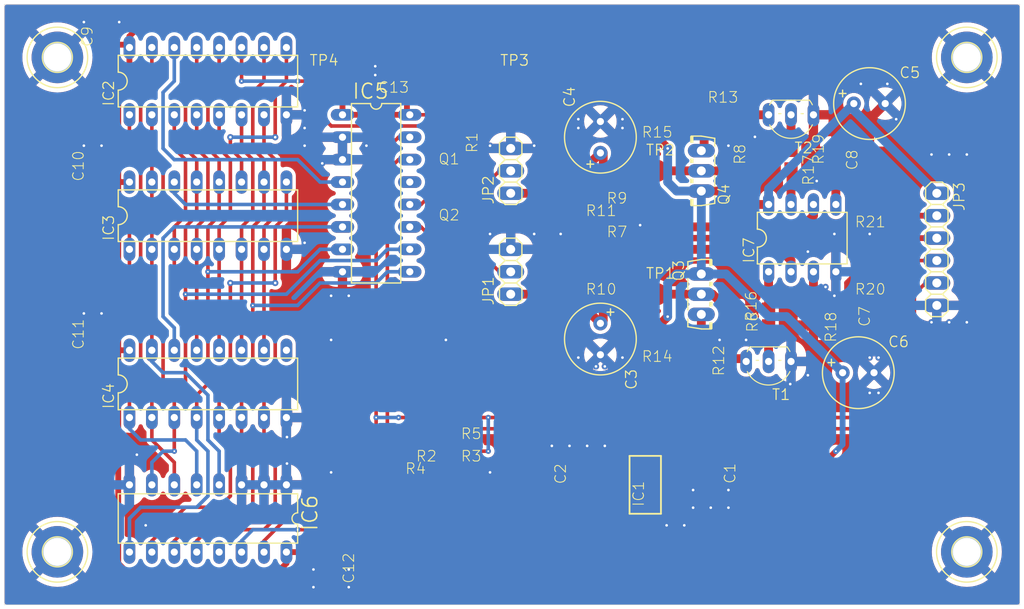
<source format=kicad_pcb>
(kicad_pcb (version 20221018) (generator pcbnew)
  (layers (0 "F.Cu" signal "Top") (31 "B.Cu" signal "Bottom") (34 "B.Paste" user) (35 "F.Paste" user) (36 "B.SilkS" user "B.Silkscreen") (37 "F.SilkS" user "F.Silkscreen") (38 "B.Mask" user) (39 "F.Mask" user) (44 "Edge.Cuts" user))
  (net 0 "")
  (net 1 "GND")
  (net 2 "+12V")
  (net 3 "+5V")
  (net 4 "Net-(IC2-Pad15)")
  (net 5 "//OE_1")
  (net 6 "/LATCH")
  (net 7 "//CLKEN")
  (net 8 "Net-(IC2-Pad11)")
  (net 9 "//CLR")
  (net 10 "Net-(IC2-Pad9)")
  (net 11 "Net-(IC2-Pad5)")
  (net 12 "Net-(IC2-Pad6)")
  (net 13 "Net-(IC2-Pad4)")
  (net 14 "Net-(IC2-Pad3)")
  (net 15 "Net-(IC2-Pad7)")
  (net 16 "Net-(IC2-Pad2)")
  (net 17 "Net-(IC2-Pad1)")
  (net 18 "//OE_2")
  (net 19 "Net-(IC3-Pad9)")
  (net 20 "//OE_3")
  (net 21 "Net-(IC4-Pad9)")
  (net 22 "/SDA")
  (net 23 "/SCL")
  (net 24 "Net-(IC6-Pad13)")
  (net 25 "Net-(IC5-Pad13)")
  (net 26 "/FAN_L")
  (net 27 "/FAN_R")
  (net 28 "Net-(C7-Pad1)")
  (net 29 "/PWM_FAN_R")
  (net 30 "Net-(R12-Pad2)")
  (net 31 "Net-(Q3-PadB)")
  (net 32 "Net-(R13-Pad2)")
  (net 33 "Net-(Q4-PadB)")
  (net 34 "Net-(C8-Pad1)")
  (net 35 "/PWM_FAN_L")
  (net 36 "Net-(C3-Pad+)")
  (net 37 "Net-(C4-Pad+)")
  (net 38 "Net-(IC7-Pad2)")
  (net 39 "Net-(IC7-Pad6)")
  (net 40 "Net-(R16-Pad1)")
  (net 41 "Net-(IC7-Pad1)")
  (net 42 "Net-(R17-Pad1)")
  (net 43 "Net-(IC7-Pad7)")
  (net 44 "/TACHO_FAN_R")
  (net 45 "/TACHO_FAN_L")
  (net 46 "/I2C_UP")
  (footprint "fan_ctrl:C0805" (layer "F.Cu") (at 171.2011 124.1436 -90)
    (fp_text reference "C1")
    (fp_text value "1u")
  )
  (footprint "fan_ctrl:C0805" (layer "F.Cu") (at 155.9611 124.1436 90)
    (fp_text reference "C2")
    (fp_text value "1u")
  )
  (footprint "fan_ctrl:E3,5-8" (layer "F.Cu") (at 158.5011 108.9036 -90)
    (fp_text reference "C3")
    (fp_text value "100u/35V")
  )
  (footprint "fan_ctrl:E3,5-8" (layer "F.Cu") (at 158.5011 86.0436 90)
    (fp_text reference "C4")
    (fp_text value "100u/35V")
  )
  (footprint "fan_ctrl:E3,5-8" (layer "F.Cu") (at 188.9811 82.2336)
    (fp_text reference "C5")
    (fp_text value "100u/35V")
  )
  (footprint "fan_ctrl:E3,5-8" (layer "F.Cu") (at 187.7111 112.7136)
    (fp_text reference "C6")
    (fp_text value "100u/35V")
  )
  (footprint "fan_ctrl:C0805" (layer "F.Cu") (at 186.4411 106.3636 -90)
    (fp_text reference "C7")
    (fp_text value "1u")
  )
  (footprint "fan_ctrl:C0805" (layer "F.Cu") (at 188.9811 88.5836 90)
    (fp_text reference "C8")
    (fp_text value "1u")
  )
  (footprint "fan_ctrl:SOT223" (layer "F.Cu") (at 163.5811 125.4136 90)
    (fp_text reference "IC1")
    (fp_text value "LD117A?S")
  )
  (footprint "fan_ctrl:DIL16" (layer "F.Cu") (at 114.0511 79.6936)
    (fp_text reference "IC2")
    (fp_text value "74590N")
  )
  (footprint "fan_ctrl:DIL16" (layer "F.Cu") (at 114.0511 94.9336)
    (fp_text reference "IC3")
    (fp_text value "74590N")
  )
  (footprint "fan_ctrl:DIL16" (layer "F.Cu") (at 114.0511 113.9836)
    (fp_text reference "IC4")
    (fp_text value "74590N")
  )
  (footprint "fan_ctrl:DIL16" (layer "F.Cu") (at 133.1011 92.3936 -90)
    (fp_text reference "IC5")
    (fp_text value "PCF8574P")
  )
  (footprint "fan_ctrl:DIL16" (layer "F.Cu") (at 114.0511 129.2236 180)
    (fp_text reference "IC6")
    (fp_text value "PCF8574P")
  )
  (footprint "fan_ctrl:DIL08" (layer "F.Cu") (at 181.3611 97.4736)
    (fp_text reference "IC7")
    (fp_text value "LM358N")
  )
  (footprint "fan_ctrl:1X03" (layer "F.Cu") (at 148.3411 101.2836 90)
    (fp_text reference "JP1")
    (fp_text value "FAN_R")
  )
  (footprint "fan_ctrl:1X03" (layer "F.Cu") (at 148.3411 89.8536 90)
    (fp_text reference "JP2")
    (fp_text value "FAN_L")
  )
  (footprint "fan_ctrl:1X06" (layer "F.Cu") (at 196.6011 98.7436 -90)
    (fp_text reference "JP3")
    (fp_text value "PINHD-1X6")
  )
  (footprint "fan_ctrl:SOT23" (layer "F.Cu") (at 141.9911 91.1236)
    (fp_text reference "Q1")
    (fp_text value "BSS123")
  )
  (footprint "fan_ctrl:SOT23" (layer "F.Cu") (at 141.9911 97.4736)
    (fp_text reference "Q2")
    (fp_text value "BSS123")
  )
  (footprint "fan_ctrl:TO126AV" (layer "F.Cu") (at 171.2011 103.8236 -90)
    (fp_text reference "Q3")
    (fp_text value "BD140")
  )
  (footprint "fan_ctrl:TO126AV" (layer "F.Cu") (at 168.6611 89.8536 90)
    (fp_text reference "Q4")
    (fp_text value "BD140")
  )
  (footprint "fan_ctrl:R0805" (layer "F.Cu") (at 141.9911 86.0436 -90)
    (fp_text reference "R1")
    (fp_text value "10k")
  )
  (footprint "fan_ctrl:R0805" (layer "F.Cu") (at 159.7711 101.2836 180)
    (fp_text reference "R10")
    (fp_text value "2k7")
  )
  (footprint "fan_ctrl:R0805" (layer "F.Cu") (at 159.7711 92.3936 180)
    (fp_text reference "R11")
    (fp_text value "2k7")
  )
  (footprint "fan_ctrl:R0805" (layer "F.Cu") (at 169.9311 110.1736 -90)
    (fp_text reference "R12")
    (fp_text value "470R")
  )
  (footprint "fan_ctrl:R0805" (layer "F.Cu") (at 171.2011 83.5036)
    (fp_text reference "R13")
    (fp_text value "470R")
  )
  (footprint "fan_ctrl:R0805" (layer "F.Cu") (at 166.1211 108.9036 180)
    (fp_text reference "R14")
    (fp_text value "10k")
  )
  (footprint "fan_ctrl:R0805" (layer "F.Cu") (at 166.1211 83.5036 180)
    (fp_text reference "R15")
    (fp_text value "10k")
  )
  (footprint "fan_ctrl:R0805" (layer "F.Cu") (at 177.5511 106.3636 90)
    (fp_text reference "R16")
    (fp_text value "4k7")
  )
  (footprint "fan_ctrl:R0805" (layer "F.Cu") (at 180.0911 88.5836 -90)
    (fp_text reference "R17")
    (fp_text value "4k7")
  )
  (footprint "fan_ctrl:R0805" (layer "F.Cu") (at 182.6311 106.3636 -90)
    (fp_text reference "R18")
    (fp_text value "220k")
  )
  (footprint "fan_ctrl:R0805" (layer "F.Cu") (at 185.1711 88.5836 90)
    (fp_text reference "R19")
    (fp_text value "220k")
  )
  (footprint "fan_ctrl:R0805" (layer "F.Cu") (at 138.1811 124.1436)
    (fp_text reference "R2")
    (fp_text value "1k")
  )
  (footprint "fan_ctrl:R0805" (layer "F.Cu") (at 190.2511 101.2836 180)
    (fp_text reference "R20")
    (fp_text value "22k")
  )
  (footprint "fan_ctrl:R0805" (layer "F.Cu") (at 190.2511 93.6636 180)
    (fp_text reference "R21")
    (fp_text value "22k")
  )
  (footprint "fan_ctrl:R0805" (layer "F.Cu") (at 143.2611 124.1436)
    (fp_text reference "R3")
    (fp_text value "2k2")
  )
  (footprint "fan_ctrl:R0805" (layer "F.Cu") (at 138.1811 121.6036 180)
    (fp_text reference "R4")
    (fp_text value "4k7")
  )
  (footprint "fan_ctrl:R0805" (layer "F.Cu") (at 143.2611 121.6036)
    (fp_text reference "R5")
    (fp_text value "4k7")
  )
  (footprint "fan_ctrl:R0805" (layer "F.Cu") (at 173.7411 106.3636 -90)
    (fp_text reference "R6")
    (fp_text value "10k")
  )
  (footprint "fan_ctrl:R0805" (layer "F.Cu") (at 159.7711 98.7436)
    (fp_text reference "R7")
    (fp_text value "1k")
  )
  (footprint "fan_ctrl:R0805" (layer "F.Cu") (at 176.2811 88.5836 90)
    (fp_text reference "R8")
    (fp_text value "10k")
  )
  (footprint "fan_ctrl:R0805" (layer "F.Cu") (at 159.7711 94.9336)
    (fp_text reference "R9")
    (fp_text value "1k")
  )
  (footprint "fan_ctrl:TO92-EBC" (layer "F.Cu") (at 177.5511 112.7136 180)
    (fp_text reference "T1")
    (fp_text value "2N3904")
  )
  (footprint "fan_ctrl:TO92-EBC" (layer "F.Cu") (at 180.0911 84.7736 180)
    (fp_text reference "T2")
    (fp_text value "2N3904")
  )
  (footprint "fan_ctrl:B2,54" (layer "F.Cu") (at 164.8511 103.8236)
    (fp_text reference "TP1")
    (fp_text value "TPB2,54")
  )
  (footprint "fan_ctrl:B2,54" (layer "F.Cu") (at 164.8511 89.8536)
    (fp_text reference "TP2")
    (fp_text value "TPB2,54")
  )
  (footprint "fan_ctrl:B2,54" (layer "F.Cu") (at 148.3411 79.6936)
    (fp_text reference "TP3")
    (fp_text value "TPB2,54")
  )
  (footprint "fan_ctrl:B2,54" (layer "F.Cu") (at 126.7511 79.6936)
    (fp_text reference "TP4")
    (fp_text value "TPB2,54")
  )
  (footprint "fan_ctrl:C0805" (layer "F.Cu") (at 102.3511 74.6136 90)
    (fp_text reference "C9")
    (fp_text value "1u")
  )
  (footprint "fan_ctrl:C0805" (layer "F.Cu") (at 101.3511 89.8536 90)
    (fp_text reference "C10")
    (fp_text value "1u")
  )
  (footprint "fan_ctrl:C0805" (layer "F.Cu") (at 101.3511 108.9036 90)
    (fp_text reference "C11")
    (fp_text value "1u")
  )
  (footprint "fan_ctrl:C0805" (layer "F.Cu") (at 128.0211 134.3036 -90)
    (fp_text reference "C12")
    (fp_text value "1u")
  )
  (footprint "fan_ctrl:C0805" (layer "F.Cu") (at 135.6411 78.4236 180)
    (fp_text reference "C13")
    (fp_text value "1u")
  )
  (footprint "fan_ctrl:3,2-PAD" (layer "F.Cu") (at 97.0011 133.0036)
    (fp_text reference "H1" hide)
    (fp_text value "MOUNT-PAD-ROUND3.2" hide)
  )
  (footprint "fan_ctrl:3,2-PAD" (layer "F.Cu") (at 200.0011 133.0036)
    (fp_text reference "H2" hide)
    (fp_text value "MOUNT-PAD-ROUND3.2" hide)
  )
  (footprint "fan_ctrl:3,2-PAD" (layer "F.Cu") (at 200.0011 77.0036)
    (fp_text reference "H3" hide)
    (fp_text value "MOUNT-PAD-ROUND3.2" hide)
  )
  (footprint "fan_ctrl:3,2-PAD" (layer "F.Cu") (at 97.0011 77.0036)
    (fp_text reference "H4" hide)
    (fp_text value "MOUNT-PAD-ROUND3.2" hide)
  )
  (gr_line (start 206.0011 139.0036) (end 206.0011 71.0036) (stroke (width 0.05)) (layer "Edge.Cuts"))
  (gr_line (start 91.0011 71.0036) (end 91.0011 139.0036) (stroke (width 0.05)) (layer "Edge.Cuts"))
  (gr_line (start 91.0011 139.0036) (end 206.0011 139.0036) (stroke (width 0.05)) (layer "Edge.Cuts"))
  (gr_line (start 206.0011 71.0036) (end 91.0011 71.0036) (stroke (width 0.05)) (layer "Edge.Cuts"))
  (via (at 133.0011 78.0036) (size 0.7064) (drill 0.3) (layers "F.Cu" "B.Cu") (net 1))
  (via (at 183.0011 91.0036) (size 0.7064) (drill 0.3) (layers "F.Cu" "B.Cu") (net 1))
  (via (at 154.0011 97.0036) (size 0.7064) (drill 0.3) (layers "F.Cu" "B.Cu") (net 1))
  (via (at 100.0011 73.0036) (size 0.7064) (drill 0.3) (layers "F.Cu" "B.Cu") (net 1))
  (via (at 102.0011 106.0036) (size 0.7064) (drill 0.3) (layers "F.Cu" "B.Cu") (net 1))
  (via (at 128.0011 124.0036) (size 0.7064) (drill 0.3) (layers "F.Cu" "B.Cu") (net 1))
  (via (at 173.0011 87.0036) (size 0.7064) (drill 0.3) (layers "F.Cu" "B.Cu") (net 1))
  (via (at 189.0011 115.0036) (size 0.7064) (drill 0.3) (layers "F.Cu" "B.Cu") (net 1))
  (via (at 128.0011 109.0036) (size 0.7064) (drill 0.3) (layers "F.Cu" "B.Cu") (net 1))
  (via (at 141.0011 109.0036) (size 0.7064) (drill 0.3) (layers "F.Cu" "B.Cu") (net 1))
  (via (at 191.0011 80.0036) (size 0.7064) (drill 0.3) (layers "F.Cu" "B.Cu") (net 1))
  (via (at 161.0011 84.0036) (size 0.7064) (drill 0.3) (layers "F.Cu" "B.Cu") (net 1))
  (via (at 104.0011 73.0036) (size 0.7064) (drill 0.3) (layers "F.Cu" "B.Cu") (net 1))
  (via (at 161.0011 85.0036) (size 0.7064) (drill 0.3) (layers "F.Cu" "B.Cu") (net 1))
  (via (at 172.0011 109.0036) (size 0.7064) (drill 0.3) (layers "F.Cu" "B.Cu") (net 1))
  (via (at 151.0011 87.0036) (size 0.7064) (drill 0.3) (layers "F.Cu" "B.Cu") (net 1))
  (via (at 189.0011 97.0036) (size 0.7064) (drill 0.3) (layers "F.Cu" "B.Cu") (net 1))
  (via (at 198.0011 107.0036) (size 0.7064) (drill 0.3) (layers "F.Cu" "B.Cu") (net 1))
  (via (at 175.0011 109.0036) (size 0.7064) (drill 0.3) (layers "F.Cu" "B.Cu") (net 1))
  (via (at 176.0011 86.0036) (size 0.7064) (drill 0.3) (layers "F.Cu" "B.Cu") (net 1))
  (via (at 192.0011 84.0036) (size 0.7064) (drill 0.3) (layers "F.Cu" "B.Cu") (net 1))
  (via (at 185.0011 104.0036) (size 0.7064) (drill 0.3) (layers "F.Cu" "B.Cu") (net 1))
  (via (at 184.0011 103.0036) (size 0.7064) (drill 0.3) (layers "F.Cu" "B.Cu") (net 1))
  (via (at 182.0011 99.0036) (size 0.7064) (drill 0.3) (layers "F.Cu" "B.Cu") (net 1))
  (via (at 146.0011 87.0036) (size 0.7064) (drill 0.3) (layers "F.Cu" "B.Cu") (net 1))
  (via (at 102.0011 87.0036) (size 0.7064) (drill 0.3) (layers "F.Cu" "B.Cu") (net 1))
  (via (at 106.0011 122.0036) (size 0.7064) (drill 0.3) (layers "F.Cu" "B.Cu") (net 1))
  (via (at 100.0011 87.0036) (size 0.7064) (drill 0.3) (layers "F.Cu" "B.Cu") (net 1))
  (via (at 100.0011 106.0036) (size 0.7064) (drill 0.3) (layers "F.Cu" "B.Cu") (net 1))
  (via (at 107.0011 130.0036) (size 0.7064) (drill 0.3) (layers "F.Cu" "B.Cu") (net 1))
  (via (at 156.0011 85.0036) (size 0.7064) (drill 0.3) (layers "F.Cu" "B.Cu") (net 1))
  (via (at 189.0011 111.0036) (size 0.7064) (drill 0.3) (layers "F.Cu" "B.Cu") (net 1))
  (via (at 190.0011 115.0036) (size 0.7064) (drill 0.3) (layers "F.Cu" "B.Cu") (net 1))
  (via (at 188.0011 80.0036) (size 0.7064) (drill 0.3) (layers "F.Cu" "B.Cu") (net 1))
  (via (at 200.0011 107.0036) (size 0.7064) (drill 0.3) (layers "F.Cu" "B.Cu") (net 1))
  (via (at 185.0011 97.0036) (size 0.7064) (drill 0.3) (layers "F.Cu" "B.Cu") (net 1))
  (via (at 163.0011 96.0036) (size 0.7064) (drill 0.3) (layers "F.Cu" "B.Cu") (net 1))
  (via (at 156.0011 84.0036) (size 0.7064) (drill 0.3) (layers "F.Cu" "B.Cu") (net 1))
  (via (at 133.0011 79.0036) (size 0.7064) (drill 0.3) (layers "F.Cu" "B.Cu") (net 1))
  (via (at 196.0011 107.0036) (size 0.7064) (drill 0.3) (layers "F.Cu" "B.Cu") (net 1))
  (via (at 190.0011 111.0036) (size 0.7064) (drill 0.3) (layers "F.Cu" "B.Cu") (net 1))
  (via (at 198.0011 88.0036) (size 0.7064) (drill 0.3) (layers "F.Cu" "B.Cu") (net 1))
  (via (at 123.0011 123.0036) (size 0.7064) (drill 0.3) (layers "F.Cu" "B.Cu") (net 1))
  (via (at 146.0011 97.0036) (size 0.7064) (drill 0.3) (layers "F.Cu" "B.Cu") (net 1))
  (via (at 180.0011 114.0036) (size 0.7064) (drill 0.3) (layers "F.Cu" "B.Cu") (net 1))
  (via (at 146.0011 124.0036) (size 0.7064) (drill 0.3) (layers "F.Cu" "B.Cu") (net 1))
  (via (at 161.0011 111.0036) (size 0.7064) (drill 0.3) (layers "F.Cu" "B.Cu") (net 1))
  (via (at 157.0011 121.0036) (size 0.7064) (drill 0.3) (layers "F.Cu" "B.Cu") (net 1))
  (via (at 128.0011 104.0036) (size 0.7064) (drill 0.3) (layers "F.Cu" "B.Cu") (net 1))
  (via (at 156.0011 111.0036) (size 0.7064) (drill 0.3) (layers "F.Cu" "B.Cu") (net 1))
  (via (at 200.0011 88.0036) (size 0.7064) (drill 0.3) (layers "F.Cu" "B.Cu") (net 1))
  (via (at 166.0011 130.0036) (size 0.7064) (drill 0.3) (layers "F.Cu" "B.Cu") (net 1))
  (via (at 169.0011 128.0036) (size 0.7064) (drill 0.3) (layers "F.Cu" "B.Cu") (net 1))
  (via (at 173.0011 128.0036) (size 0.7064) (drill 0.3) (layers "F.Cu" "B.Cu") (net 1))
  (via (at 125.0011 87.0036) (size 0.7064) (drill 0.3) (layers "F.Cu" "B.Cu") (net 1))
  (via (at 130.0011 104.0036) (size 0.7064) (drill 0.3) (layers "F.Cu" "B.Cu") (net 1))
  (via (at 130.0011 137.0036) (size 0.7064) (drill 0.3) (layers "F.Cu" "B.Cu") (net 1))
  (via (at 168.0011 130.0036) (size 0.7064) (drill 0.3) (layers "F.Cu" "B.Cu") (net 1))
  (via (at 173.0011 126.0036) (size 0.7064) (drill 0.3) (layers "F.Cu" "B.Cu") (net 1))
  (via (at 182.0011 113.0036) (size 0.7064) (drill 0.3) (layers "F.Cu" "B.Cu") (net 1))
  (via (at 126.0011 135.0036) (size 0.7064) (drill 0.3) (layers "F.Cu" "B.Cu") (net 1))
  (via (at 125.0011 83.0036) (size 0.7064) (drill 0.3) (layers "F.Cu" "B.Cu") (net 1))
  (via (at 151.0011 97.0036) (size 0.7064) (drill 0.3) (layers "F.Cu" "B.Cu") (net 1))
  (via (at 132.0011 87.0036) (size 0.7064) (drill 0.3) (layers "F.Cu" "B.Cu") (net 1))
  (via (at 158.0011 112.0036) (size 0.7064) (drill 0.3) (layers "F.Cu" "B.Cu") (net 1))
  (via (at 153.0011 121.0036) (size 0.7064) (drill 0.3) (layers "F.Cu" "B.Cu") (net 1))
  (via (at 125.0011 85.0036) (size 0.7064) (drill 0.3) (layers "F.Cu" "B.Cu") (net 1))
  (via (at 159.0011 112.0036) (size 0.7064) (drill 0.3) (layers "F.Cu" "B.Cu") (net 1))
  (via (at 171.0011 128.0036) (size 0.7064) (drill 0.3) (layers "F.Cu" "B.Cu") (net 1))
  (via (at 125.0011 98.0036) (size 0.7064) (drill 0.3) (layers "F.Cu" "B.Cu") (net 1))
  (via (at 130.0011 135.0036) (size 0.7064) (drill 0.3) (layers "F.Cu" "B.Cu") (net 1))
  (via (at 159.0011 121.0036) (size 0.7064) (drill 0.3) (layers "F.Cu" "B.Cu") (net 1))
  (via (at 196.0011 88.0036) (size 0.7064) (drill 0.3) (layers "F.Cu" "B.Cu") (net 1))
  (via (at 126.0011 137.0036) (size 0.7064) (drill 0.3) (layers "F.Cu" "B.Cu") (net 1))
  (via (at 155.0011 121.0036) (size 0.7064) (drill 0.3) (layers "F.Cu" "B.Cu") (net 1))
  (via (at 169.0011 126.0036) (size 0.7064) (drill 0.3) (layers "F.Cu" "B.Cu") (net 1))
  (via (at 127.0011 89.0036) (size 0.7064) (drill 0.3) (layers "F.Cu" "B.Cu") (net 1))
  (via (at 123.0011 120.0036) (size 0.7064) (drill 0.3) (layers "F.Cu" "B.Cu") (net 1))
  (segment (start 169.9311 92.1396) (end 173.4871 92.1396) (width 1) (layer "F.Cu") (net 2))
  (segment (start 165.1711 86.3636) (end 166.1211 87.3136) (width 1) (layer "F.Cu") (net 2))
  (segment (start 173.4871 92.1396) (end 175.0111 93.6636) (width 1) (layer "F.Cu") (net 2))
  (segment (start 175.0111 93.6636) (end 177.5511 93.6636) (width 1) (layer "F.Cu") (net 2))
  (segment (start 165.1711 108.9036) (end 165.1711 107.3136) (width 1) (layer "F.Cu") (net 2))
  (segment (start 165.1711 107.3136) (end 166.1211 106.3636) (width 1) (layer "F.Cu") (net 2))
  (segment (start 165.1711 83.5036) (end 165.1711 86.3636) (width 1) (layer "F.Cu") (net 2))
  (segment (start 166.8111 123.1936) (end 166.7311 123.1136) (width 0.6604) (layer "F.Cu") (net 2))
  (segment (start 183.5811 123.1936) (end 185.1711 121.6036) (width 0.6604) (layer "F.Cu") (net 2))
  (segment (start 171.2011 123.1936) (end 183.5811 123.1936) (width 0.6604) (layer "F.Cu") (net 2))
  (segment (start 171.2011 123.1936) (end 166.8111 123.1936) (width 0.6604) (layer "F.Cu") (net 2))
  (via (at 166.1211 87.3136) (size 0.7064) (drill 0.3) (layers "F.Cu" "B.Cu") (net 2))
  (via (at 166.1211 106.3636) (size 0.7064) (drill 0.3) (layers "F.Cu" "B.Cu") (net 2))
  (via (at 185.1711 121.6036) (size 0.6064) (drill 0.2) (layers "F.Cu" "B.Cu") (net 2))
  (segment (start 169.9311 101.5376) (end 169.9311 92.1396) (width 1) (layer "B.Cu") (net 2))
  (segment (start 169.9311 101.5376) (end 167.1371 101.5376) (width 1) (layer "B.Cu") (net 2))
  (segment (start 166.1211 87.3136) (end 166.1211 91.1236) (width 1) (layer "B.Cu") (net 2))
  (segment (start 169.9311 92.1396) (end 167.1371 92.1396) (width 1) (layer "B.Cu") (net 2))
  (segment (start 167.1371 92.1396) (end 166.1211 91.1236) (width 1) (layer "B.Cu") (net 2))
  (segment (start 166.1211 106.3636) (end 166.1211 102.5536) (width 1) (layer "B.Cu") (net 2))
  (segment (start 167.1371 101.5376) (end 166.1211 102.5536) (width 1) (layer "B.Cu") (net 2))
  (segment (start 177.5511 106.3636) (end 179.5831 106.3636) (width 1) (layer "B.Cu") (net 2))
  (segment (start 187.2031 82.9956) (end 196.6011 92.3936) (width 1) (layer "B.Cu") (net 2))
  (segment (start 177.5511 91.8856) (end 187.2031 82.2336) (width 1) (layer "B.Cu") (net 2))
  (segment (start 185.9331 120.8416) (end 185.1711 121.6036) (width 0.6604) (layer "B.Cu") (net 2))
  (segment (start 172.7251 101.5376) (end 177.5511 106.3636) (width 1) (layer "B.Cu") (net 2))
  (segment (start 185.9331 112.7136) (end 185.9331 120.8416) (width 0.6604) (layer "B.Cu") (net 2))
  (segment (start 179.5831 106.3636) (end 185.9331 112.7136) (width 1) (layer "B.Cu") (net 2))
  (segment (start 169.9311 101.5376) (end 172.7251 101.5376) (width 1) (layer "B.Cu") (net 2))
  (segment (start 177.5511 93.6636) (end 177.5511 91.8856) (width 1) (layer "B.Cu") (net 2))
  (segment (start 187.2031 82.2336) (end 187.2031 82.9956) (width 1) (layer "B.Cu") (net 2))
  (segment (start 139.4511 83.5036) (end 136.9111 83.5036) (width 0.4064) (layer "F.Cu") (net 3))
  (segment (start 101.3511 90.8036) (end 103.8911 90.8036) (width 0.6604) (layer "F.Cu") (net 3))
  (segment (start 105.1611 79.6936) (end 103.8911 80.9636) (width 0.6604) (layer "F.Cu") (net 3))
  (segment (start 103.8911 90.8036) (end 103.8911 91.1236) (width 0.6604) (layer "F.Cu") (net 3))
  (segment (start 129.2911 83.5036) (end 129.2911 75.8836) (width 0.6604) (layer "F.Cu") (net 3))
  (segment (start 129.2911 75.8836) (end 126.7511 73.3436) (width 0.6604) (layer "F.Cu") (net 3))
  (segment (start 126.7511 73.3436) (end 106.4311 73.3436) (width 0.6604) (layer "F.Cu") (net 3))
  (segment (start 102.3511 75.5636) (end 104.8411 75.5636) (width 0.6604) (layer "F.Cu") (net 3))
  (segment (start 105.1611 75.8836) (end 105.1611 79.6936) (width 0.6604) (layer "F.Cu") (net 3))
  (segment (start 103.8911 110.1736) (end 105.1611 110.1736) (width 0.6604) (layer "F.Cu") (net 3))
  (segment (start 103.8911 109.8536) (end 103.8911 110.1736) (width 0.6604) (layer "F.Cu") (net 3))
  (segment (start 122.9411 133.0336) (end 122.9411 134.3036) (width 0.6604) (layer "F.Cu") (net 3))
  (segment (start 105.1611 135.5736) (end 103.8911 134.3036) (width 0.6604) (layer "F.Cu") (net 3))
  (segment (start 136.5911 78.4236) (end 136.5911 83.1836) (width 0.6604) (layer "F.Cu") (net 3))
  (segment (start 105.1611 91.1236) (end 103.8911 91.1236) (width 0.6604) (layer "F.Cu") (net 3))
  (segment (start 101.3511 109.8536) (end 103.8911 109.8536) (width 0.6604) (layer "F.Cu") (net 3))
  (segment (start 122.9411 134.3036) (end 121.6711 135.5736) (width 0.6604) (layer "F.Cu") (net 3))
  (segment (start 103.8911 134.3036) (end 103.8911 110.1736) (width 0.6604) (layer "F.Cu") (net 3))
  (segment (start 129.2911 83.5036) (end 136.9111 83.5036) (width 0.6604) (layer "F.Cu") (net 3))
  (segment (start 141.9911 85.0936) (end 141.0411 85.0936) (width 0.4064) (layer "F.Cu") (net 3))
  (segment (start 141.0411 85.0936) (end 139.4511 83.5036) (width 0.4064) (layer "F.Cu") (net 3))
  (segment (start 103.8911 91.1236) (end 103.8911 109.8536) (width 0.6604) (layer "F.Cu") (net 3))
  (segment (start 104.8411 75.5636) (end 105.1611 75.8836) (width 0.6604) (layer "F.Cu") (net 3))
  (segment (start 121.6711 135.5736) (end 105.1611 135.5736) (width 0.6604) (layer "F.Cu") (net 3))
  (segment (start 103.8911 80.9636) (end 103.8911 90.8036) (width 0.6604) (layer "F.Cu") (net 3))
  (segment (start 136.5911 83.1836) (end 136.9111 83.5036) (width 0.6604) (layer "F.Cu") (net 3))
  (segment (start 155.9611 125.0936) (end 147.3911 125.0936) (width 0.6604) (layer "F.Cu") (net 3))
  (segment (start 105.1611 74.6136) (end 105.1611 75.8836) (width 0.6604) (layer "F.Cu") (net 3))
  (segment (start 122.9411 133.0336) (end 127.7011 133.0336) (width 0.6604) (layer "F.Cu") (net 3))
  (segment (start 147.3911 125.0936) (end 145.8011 126.6836) (width 0.6604) (layer "F.Cu") (net 3))
  (segment (start 137.2311 124.1436) (end 137.2311 126.6836) (width 0.6604) (layer "F.Cu") (net 3))
  (segment (start 106.4311 73.3436) (end 105.1611 74.6136) (width 0.6604) (layer "F.Cu") (net 3))
  (segment (start 137.2311 126.6836) (end 135.6411 126.6836) (width 0.6604) (layer "F.Cu") (net 3))
  (segment (start 127.7011 133.0336) (end 128.0211 133.3536) (width 0.6604) (layer "F.Cu") (net 3))
  (segment (start 129.2911 133.0336) (end 128.3411 133.0336) (width 0.6604) (layer "F.Cu") (net 3))
  (segment (start 145.8011 126.6836) (end 137.2311 126.6836) (width 0.6604) (layer "F.Cu") (net 3))
  (segment (start 135.6411 126.6836) (end 129.2911 133.0336) (width 0.6604) (layer "F.Cu") (net 3))
  (segment (start 155.9611 125.0936) (end 160.1111 125.0936) (width 0.6604) (layer "F.Cu") (net 3))
  (segment (start 160.1111 125.0936) (end 160.4311 125.4136) (width 0.6604) (layer "F.Cu") (net 3))
  (segment (start 128.3411 133.0336) (end 128.0211 133.3536) (width 0.6604) (layer "F.Cu") (net 3))
  (segment (start 107.7011 88.5836) (end 106.4311 87.3136) (width 0.4064) (layer "F.Cu") (net 4))
  (segment (start 106.4311 80.9636) (end 107.7011 79.6936) (width 0.4064) (layer "F.Cu") (net 4))
  (segment (start 107.7011 91.1236) (end 107.7011 88.5836) (width 0.4064) (layer "F.Cu") (net 4))
  (segment (start 107.7011 110.1736) (end 107.7011 107.6336) (width 0.4064) (layer "F.Cu") (net 4))
  (segment (start 107.7011 107.6336) (end 106.4311 106.3636) (width 0.4064) (layer "F.Cu") (net 4))
  (segment (start 106.4311 96.2036) (end 107.7011 94.9336) (width 0.4064) (layer "F.Cu") (net 4))
  (segment (start 107.7011 79.6936) (end 107.7011 75.8836) (width 0.4064) (layer "F.Cu") (net 4))
  (segment (start 106.4311 106.3636) (end 106.4311 96.2036) (width 0.4064) (layer "F.Cu") (net 4))
  (segment (start 107.7011 94.9336) (end 107.7011 91.1236) (width 0.4064) (layer "F.Cu") (net 4))
  (segment (start 106.4311 87.3136) (end 106.4311 80.9636) (width 0.4064) (layer "F.Cu") (net 4))
  (segment (start 114.0511 120.3336) (end 114.0511 115.2536) (width 0.4064) (layer "B.Cu") (net 4))
  (segment (start 111.5111 112.7136) (end 108.9711 112.7136) (width 0.4064) (layer "B.Cu") (net 4))
  (segment (start 115.3211 121.6036) (end 114.0511 120.3336) (width 0.4064) (layer "B.Cu") (net 4))
  (segment (start 108.9711 112.7136) (end 107.7011 111.4436) (width 0.4064) (layer "B.Cu") (net 4))
  (segment (start 115.3211 125.4136) (end 115.3211 121.6036) (width 0.4064) (layer "B.Cu") (net 4))
  (segment (start 114.0511 115.2536) (end 111.5111 112.7136) (width 0.4064) (layer "B.Cu") (net 4))
  (segment (start 107.7011 111.4436) (end 107.7011 110.1736) (width 0.4064) (layer "B.Cu") (net 4))
  (segment (start 110.2411 79.6936) (end 110.2411 75.8836) (width 0.4064) (layer "B.Cu") (net 5))
  (segment (start 129.2911 91.1236) (end 126.7511 91.1236) (width 0.4064) (layer "B.Cu") (net 5))
  (segment (start 110.2411 88.5836) (end 108.9711 87.3136) (width 0.4064) (layer "B.Cu") (net 5))
  (segment (start 108.9711 80.9636) (end 110.2411 79.6936) (width 0.4064) (layer "B.Cu") (net 5))
  (segment (start 108.9711 87.3136) (end 108.9711 80.9636) (width 0.4064) (layer "B.Cu") (net 5))
  (segment (start 126.7511 91.1236) (end 124.2111 88.5836) (width 0.4064) (layer "B.Cu") (net 5))
  (segment (start 124.2111 88.5836) (end 110.2411 88.5836) (width 0.4064) (layer "B.Cu") (net 5))
  (segment (start 111.5111 106.3636) (end 112.7811 107.6336) (width 0.4064) (layer "F.Cu") (net 6))
  (segment (start 111.5111 96.2036) (end 111.5111 103.8236) (width 0.4064) (layer "F.Cu") (net 6))
  (segment (start 112.7811 75.8836) (end 112.7811 79.6936) (width 0.4064) (layer "F.Cu") (net 6))
  (segment (start 112.7811 107.6336) (end 112.7811 110.1736) (width 0.4064) (layer "F.Cu") (net 6))
  (segment (start 112.7811 94.9336) (end 111.5111 96.2036) (width 0.4064) (layer "F.Cu") (net 6))
  (segment (start 112.7811 91.1236) (end 112.7811 94.9336) (width 0.4064) (layer "F.Cu") (net 6))
  (segment (start 111.5111 103.8236) (end 111.5111 106.3636) (width 0.4064) (layer "F.Cu") (net 6))
  (segment (start 112.7811 79.6936) (end 111.5111 80.9636) (width 0.4064) (layer "F.Cu") (net 6))
  (segment (start 111.5111 87.3136) (end 112.7811 88.5836) (width 0.4064) (layer "F.Cu") (net 6))
  (segment (start 111.5111 80.9636) (end 111.5111 87.3136) (width 0.4064) (layer "F.Cu") (net 6))
  (segment (start 112.7811 88.5836) (end 112.7811 91.1236) (width 0.4064) (layer "F.Cu") (net 6))
  (via (at 111.5111 103.8236) (size 0.6064) (drill 0.2) (layers "F.Cu" "B.Cu") (net 6))
  (segment (start 136.9111 98.7436) (end 134.3711 98.7436) (width 0.4064) (layer "B.Cu") (net 6))
  (segment (start 133.1011 100.0136) (end 126.7511 100.0136) (width 0.4064) (layer "B.Cu") (net 6))
  (segment (start 122.9411 103.8236) (end 111.5111 103.8236) (width 0.4064) (layer "B.Cu") (net 6))
  (segment (start 134.3711 98.7436) (end 133.1011 100.0136) (width 0.4064) (layer "B.Cu") (net 6))
  (segment (start 126.7511 100.0136) (end 122.9411 103.8236) (width 0.4064) (layer "B.Cu") (net 6))
  (segment (start 115.3211 107.6336) (end 114.0511 106.3636) (width 0.4064) (layer "F.Cu") (net 7))
  (segment (start 114.0511 96.2036) (end 115.3211 94.9336) (width 0.4064) (layer "F.Cu") (net 7))
  (segment (start 114.0511 87.3136) (end 114.0511 80.9636) (width 0.4064) (layer "F.Cu") (net 7))
  (segment (start 115.3211 110.1736) (end 115.3211 107.6336) (width 0.4064) (layer "F.Cu") (net 7))
  (segment (start 115.3211 79.6936) (end 115.3211 75.8836) (width 0.4064) (layer "F.Cu") (net 7))
  (segment (start 114.0511 106.3636) (end 114.0511 101.2836) (width 0.4064) (layer "F.Cu") (net 7))
  (segment (start 114.0511 80.9636) (end 115.3211 79.6936) (width 0.4064) (layer "F.Cu") (net 7))
  (segment (start 114.0511 101.2836) (end 114.0511 96.2036) (width 0.4064) (layer "F.Cu") (net 7))
  (segment (start 115.3211 91.1236) (end 115.3211 88.5836) (width 0.4064) (layer "F.Cu") (net 7))
  (segment (start 115.3211 88.5836) (end 114.0511 87.3136) (width 0.4064) (layer "F.Cu") (net 7))
  (segment (start 115.3211 94.9336) (end 115.3211 91.1236) (width 0.4064) (layer "F.Cu") (net 7))
  (via (at 114.0511 101.2836) (size 0.6064) (drill 0.2) (layers "F.Cu" "B.Cu") (net 7))
  (segment (start 126.7511 98.7436) (end 124.2111 101.2836) (width 0.4064) (layer "B.Cu") (net 7))
  (segment (start 124.2111 101.2836) (end 114.0511 101.2836) (width 0.4064) (layer "B.Cu") (net 7))
  (segment (start 129.2911 98.7436) (end 126.7511 98.7436) (width 0.4064) (layer "B.Cu") (net 7))
  (segment (start 141.9911 96.3736) (end 141.9911 90.0236) (width 0.4064) (layer "F.Cu") (net 8))
  (segment (start 140.4011 86.9936) (end 138.1811 84.7736) (width 0.4064) (layer "F.Cu") (net 8))
  (segment (start 128.0211 84.7736) (end 126.7511 83.5036) (width 0.4064) (layer "F.Cu") (net 8))
  (segment (start 141.9911 86.9936) (end 140.4011 86.9936) (width 0.4064) (layer "F.Cu") (net 8))
  (segment (start 138.1811 84.7736) (end 128.0211 84.7736) (width 0.4064) (layer "F.Cu") (net 8))
  (segment (start 141.9911 90.0236) (end 141.9911 86.9936) (width 0.4064) (layer "F.Cu") (net 8))
  (segment (start 126.7511 83.5036) (end 126.7511 79.6936) (width 0.4064) (layer "F.Cu") (net 8))
  (segment (start 124.2111 79.6936) (end 126.7511 79.6936) (width 0.4064) (layer "F.Cu") (net 8))
  (segment (start 117.8611 75.8836) (end 117.8611 79.6936) (width 0.4064) (layer "F.Cu") (net 8))
  (via (at 124.2111 79.6936) (size 0.6064) (drill 0.2) (layers "F.Cu" "B.Cu") (net 8))
  (via (at 117.8611 79.6936) (size 0.6064) (drill 0.2) (layers "F.Cu" "B.Cu") (net 8))
  (segment (start 117.8611 79.6936) (end 124.2111 79.6936) (width 0.4064) (layer "B.Cu") (net 8))
  (segment (start 120.4011 107.6336) (end 120.4011 110.1736) (width 0.4064) (layer "F.Cu") (net 9))
  (segment (start 120.4011 75.8836) (end 120.4011 79.6936) (width 0.4064) (layer "F.Cu") (net 9))
  (segment (start 119.1311 106.3636) (end 120.4011 107.6336) (width 0.4064) (layer "F.Cu") (net 9))
  (segment (start 120.4011 91.1236) (end 120.4011 94.9336) (width 0.4064) (layer "F.Cu") (net 9))
  (segment (start 119.1311 80.9636) (end 119.1311 87.3136) (width 0.4064) (layer "F.Cu") (net 9))
  (segment (start 120.4011 79.6936) (end 119.1311 80.9636) (width 0.4064) (layer "F.Cu") (net 9))
  (segment (start 120.4011 88.5836) (end 120.4011 91.1236) (width 0.4064) (layer "F.Cu") (net 9))
  (segment (start 120.4011 94.9336) (end 119.1311 96.2036) (width 0.4064) (layer "F.Cu") (net 9))
  (segment (start 119.1311 87.3136) (end 120.4011 88.5836) (width 0.4064) (layer "F.Cu") (net 9))
  (segment (start 119.1311 96.2036) (end 119.1311 105.0936) (width 0.4064) (layer "F.Cu") (net 9))
  (segment (start 119.1311 105.0936) (end 119.1311 106.3636) (width 0.4064) (layer "F.Cu") (net 9))
  (via (at 119.1311 105.0936) (size 0.6064) (drill 0.2) (layers "F.Cu" "B.Cu") (net 9))
  (segment (start 136.9111 101.2836) (end 134.3711 101.2836) (width 0.4064) (layer "B.Cu") (net 9))
  (segment (start 134.3711 101.2836) (end 133.1011 102.5536) (width 0.4064) (layer "B.Cu") (net 9))
  (segment (start 133.1011 102.5536) (end 126.7511 102.5536) (width 0.4064) (layer "B.Cu") (net 9))
  (segment (start 126.7511 102.5536) (end 124.2111 105.0936) (width 0.4064) (layer "B.Cu") (net 9))
  (segment (start 124.2111 105.0936) (end 119.1311 105.0936) (width 0.4064) (layer "B.Cu") (net 9))
  (segment (start 122.9411 79.6936) (end 121.6711 80.9636) (width 0.4064) (layer "F.Cu") (net 10))
  (segment (start 121.6711 80.9636) (end 121.6711 86.0436) (width 0.4064) (layer "F.Cu") (net 10))
  (segment (start 116.5911 87.3136) (end 117.8611 88.5836) (width 0.4064) (layer "F.Cu") (net 10))
  (segment (start 116.5911 86.0436) (end 116.5911 87.3136) (width 0.4064) (layer "F.Cu") (net 10))
  (segment (start 117.8611 88.5836) (end 117.8611 91.1236) (width 0.4064) (layer "F.Cu") (net 10))
  (segment (start 122.9411 75.8836) (end 122.9411 79.6936) (width 0.4064) (layer "F.Cu") (net 10))
  (via (at 116.5911 86.0436) (size 0.7064) (drill 0.3) (layers "F.Cu" "B.Cu") (net 10))
  (via (at 121.6711 86.0436) (size 0.7064) (drill 0.3) (layers "F.Cu" "B.Cu") (net 10))
  (segment (start 121.6711 86.0436) (end 116.5911 86.0436) (width 0.4064) (layer "B.Cu") (net 10))
  (segment (start 116.5911 94.9336) (end 115.3211 96.2036) (width 0.4064) (layer "F.Cu") (net 11))
  (segment (start 116.5911 107.6336) (end 116.5911 113.9836) (width 0.4064) (layer "F.Cu") (net 11))
  (segment (start 116.5911 113.9836) (end 115.3211 115.2536) (width 0.4064) (layer "F.Cu") (net 11))
  (segment (start 115.3211 96.2036) (end 115.3211 98.7436) (width 0.4064) (layer "F.Cu") (net 11))
  (segment (start 116.5911 88.5836) (end 116.5911 94.9336) (width 0.4064) (layer "F.Cu") (net 11))
  (segment (start 115.3211 127.9536) (end 116.5911 126.6836) (width 0.4064) (layer "F.Cu") (net 11))
  (segment (start 111.5111 127.9536) (end 115.3211 127.9536) (width 0.4064) (layer "F.Cu") (net 11))
  (segment (start 115.3211 120.3336) (end 115.3211 117.7936) (width 0.4064) (layer "F.Cu") (net 11))
  (segment (start 115.3211 106.3636) (end 116.5911 107.6336) (width 0.4064) (layer "F.Cu") (net 11))
  (segment (start 107.7011 133.0336) (end 107.7011 131.7636) (width 0.4064) (layer "F.Cu") (net 11))
  (segment (start 115.3211 87.3136) (end 116.5911 88.5836) (width 0.4064) (layer "F.Cu") (net 11))
  (segment (start 115.3211 83.5036) (end 115.3211 87.3136) (width 0.4064) (layer "F.Cu") (net 11))
  (segment (start 115.3211 115.2536) (end 115.3211 117.7936) (width 0.4064) (layer "F.Cu") (net 11))
  (segment (start 116.5911 121.6036) (end 115.3211 120.3336) (width 0.4064) (layer "F.Cu") (net 11))
  (segment (start 116.5911 126.6836) (end 116.5911 121.6036) (width 0.4064) (layer "F.Cu") (net 11))
  (segment (start 115.3211 98.7436) (end 115.3211 106.3636) (width 0.4064) (layer "F.Cu") (net 11))
  (segment (start 107.7011 131.7636) (end 111.5111 127.9536) (width 0.4064) (layer "F.Cu") (net 11))
  (segment (start 117.8611 83.5036) (end 117.8611 87.3136) (width 0.4064) (layer "F.Cu") (net 12))
  (segment (start 117.8611 87.3136) (end 119.1311 88.5836) (width 0.4064) (layer "F.Cu") (net 12))
  (segment (start 119.1311 88.5836) (end 119.1311 94.9336) (width 0.4064) (layer "F.Cu") (net 12))
  (segment (start 119.1311 94.9336) (end 117.8611 96.2036) (width 0.4064) (layer "F.Cu") (net 12))
  (segment (start 117.8611 96.2036) (end 117.8611 98.7436) (width 0.4064) (layer "F.Cu") (net 12))
  (segment (start 117.8611 106.3636) (end 119.1311 107.6336) (width 0.4064) (layer "F.Cu") (net 12))
  (segment (start 119.1311 107.6336) (end 119.1311 113.9836) (width 0.4064) (layer "F.Cu") (net 12))
  (segment (start 117.8611 98.7436) (end 117.8611 106.3636) (width 0.4064) (layer "F.Cu") (net 12))
  (segment (start 119.1311 113.9836) (end 117.8611 115.2536) (width 0.4064) (layer "F.Cu") (net 12))
  (segment (start 117.8611 115.2536) (end 117.8611 117.7936) (width 0.4064) (layer "F.Cu") (net 12))
  (segment (start 110.2411 133.0336) (end 110.2411 131.7636) (width 0.4064) (layer "F.Cu") (net 12))
  (segment (start 117.8611 129.2236) (end 119.1311 127.9536) (width 0.4064) (layer "F.Cu") (net 12))
  (segment (start 119.1311 127.9536) (end 119.1311 121.6036) (width 0.4064) (layer "F.Cu") (net 12))
  (segment (start 117.8611 120.3336) (end 117.8611 117.7936) (width 0.4064) (layer "F.Cu") (net 12))
  (segment (start 110.2411 131.7636) (end 112.7811 129.2236) (width 0.4064) (layer "F.Cu") (net 12))
  (segment (start 112.7811 129.2236) (end 117.8611 129.2236) (width 0.4064) (layer "F.Cu") (net 12))
  (segment (start 119.1311 121.6036) (end 117.8611 120.3336) (width 0.4064) (layer "F.Cu") (net 12))
  (segment (start 112.7811 106.3636) (end 114.0511 107.6336) (width 0.4064) (layer "F.Cu") (net 13))
  (segment (start 114.0511 88.5836) (end 114.0511 94.9336) (width 0.4064) (layer "F.Cu") (net 13))
  (segment (start 114.0511 107.6336) (end 114.0511 113.9836) (width 0.4064) (layer "F.Cu") (net 13))
  (segment (start 114.0511 113.9836) (end 112.7811 115.2536) (width 0.4064) (layer "F.Cu") (net 13))
  (segment (start 114.0511 94.9336) (end 112.7811 96.2036) (width 0.4064) (layer "F.Cu") (net 13))
  (segment (start 112.7811 115.2536) (end 112.7811 117.7936) (width 0.4064) (layer "F.Cu") (net 13))
  (segment (start 112.7811 87.3136) (end 114.0511 88.5836) (width 0.4064) (layer "F.Cu") (net 13))
  (segment (start 112.7811 83.5036) (end 112.7811 87.3136) (width 0.4064) (layer "F.Cu") (net 13))
  (segment (start 112.7811 96.2036) (end 112.7811 98.7436) (width 0.4064) (layer "F.Cu") (net 13))
  (segment (start 112.7811 98.7436) (end 112.7811 106.3636) (width 0.4064) (layer "F.Cu") (net 13))
  (segment (start 106.4311 127.9536) (end 112.7811 127.9536) (width 0.4064) (layer "B.Cu") (net 13))
  (segment (start 112.7811 127.9536) (end 114.0511 126.6836) (width 0.4064) (layer "B.Cu") (net 13))
  (segment (start 114.0511 126.6836) (end 114.0511 121.6036) (width 0.4064) (layer "B.Cu") (net 13))
  (segment (start 105.1611 129.2236) (end 106.4311 127.9536) (width 0.4064) (layer "B.Cu") (net 13))
  (segment (start 105.1611 133.0336) (end 105.1611 129.2236) (width 0.4064) (layer "B.Cu") (net 13))
  (segment (start 112.7811 120.3336) (end 112.7811 117.7936) (width 0.4064) (layer "B.Cu") (net 13))
  (segment (start 114.0511 121.6036) (end 112.7811 120.3336) (width 0.4064) (layer "B.Cu") (net 13))
  (segment (start 110.2411 117.7936) (end 110.2411 121.6036) (width 0.4064) (layer "F.Cu") (net 14))
  (segment (start 111.5111 113.9836) (end 110.2411 115.2536) (width 0.4064) (layer "F.Cu") (net 14))
  (segment (start 111.5111 88.5836) (end 111.5111 94.9336) (width 0.4064) (layer "F.Cu") (net 14))
  (segment (start 111.5111 94.9336) (end 110.2411 96.2036) (width 0.4064) (layer "F.Cu") (net 14))
  (segment (start 110.2411 87.3136) (end 111.5111 88.5836) (width 0.4064) (layer "F.Cu") (net 14))
  (segment (start 110.2411 98.7436) (end 110.2411 106.3636) (width 0.4064) (layer "F.Cu") (net 14))
  (segment (start 111.5111 107.6336) (end 111.5111 113.9836) (width 0.4064) (layer "F.Cu") (net 14))
  (segment (start 110.2411 96.2036) (end 110.2411 98.7436) (width 0.4064) (layer "F.Cu") (net 14))
  (segment (start 110.2411 106.3636) (end 111.5111 107.6336) (width 0.4064) (layer "F.Cu") (net 14))
  (segment (start 110.2411 83.5036) (end 110.2411 87.3136) (width 0.4064) (layer "F.Cu") (net 14))
  (segment (start 110.2411 115.2536) (end 110.2411 117.7936) (width 0.4064) (layer "F.Cu") (net 14))
  (via (at 110.2411 121.6036) (size 0.6064) (drill 0.2) (layers "F.Cu" "B.Cu") (net 14))
  (segment (start 107.7011 125.4136) (end 107.7011 122.8736) (width 0.4064) (layer "B.Cu") (net 14))
  (segment (start 107.7011 122.8736) (end 108.9711 121.6036) (width 0.4064) (layer "B.Cu") (net 14))
  (segment (start 110.2411 121.6036) (end 108.9711 121.6036) (width 0.4064) (layer "B.Cu") (net 14))
  (segment (start 120.4011 83.5036) (end 120.4011 87.3136) (width 0.4064) (layer "F.Cu") (net 15))
  (segment (start 120.4011 96.2036) (end 120.4011 98.7436) (width 0.4064) (layer "F.Cu") (net 15))
  (segment (start 120.4011 87.3136) (end 121.6711 88.5836) (width 0.4064) (layer "F.Cu") (net 15))
  (segment (start 121.6711 113.9836) (end 120.4011 115.2536) (width 0.4064) (layer "F.Cu") (net 15))
  (segment (start 120.4011 115.2536) (end 120.4011 117.7936) (width 0.4064) (layer "F.Cu") (net 15))
  (segment (start 121.6711 107.6336) (end 121.6711 113.9836) (width 0.4064) (layer "F.Cu") (net 15))
  (segment (start 114.0511 130.4936) (end 120.4011 130.4936) (width 0.4064) (layer "F.Cu") (net 15))
  (segment (start 120.4011 130.4936) (end 121.6711 129.2236) (width 0.4064) (layer "F.Cu") (net 15))
  (segment (start 121.6711 121.6036) (end 120.4011 120.3336) (width 0.4064) (layer "F.Cu") (net 15))
  (segment (start 120.4011 120.3336) (end 120.4011 117.7936) (width 0.4064) (layer "F.Cu") (net 15))
  (segment (start 112.7811 131.7636) (end 114.0511 130.4936) (width 0.4064) (layer "F.Cu") (net 15))
  (segment (start 120.4011 106.3636) (end 121.6711 107.6336) (width 0.4064) (layer "F.Cu") (net 15))
  (segment (start 121.6711 129.2236) (end 121.6711 121.6036) (width 0.4064) (layer "F.Cu") (net 15))
  (segment (start 120.4011 98.7436) (end 120.4011 106.3636) (width 0.4064) (layer "F.Cu") (net 15))
  (segment (start 121.6711 88.5836) (end 121.6711 94.9336) (width 0.4064) (layer "F.Cu") (net 15))
  (segment (start 112.7811 133.0336) (end 112.7811 131.7636) (width 0.4064) (layer "F.Cu") (net 15))
  (segment (start 121.6711 94.9336) (end 120.4011 96.2036) (width 0.4064) (layer "F.Cu") (net 15))
  (segment (start 107.7011 83.5036) (end 107.7011 87.3136) (width 0.4064) (layer "F.Cu") (net 16))
  (segment (start 108.9711 88.5836) (end 108.9711 94.9336) (width 0.4064) (layer "F.Cu") (net 16))
  (segment (start 108.9711 94.9336) (end 107.7011 96.2036) (width 0.4064) (layer "F.Cu") (net 16))
  (segment (start 107.7011 96.2036) (end 107.7011 98.7436) (width 0.4064) (layer "F.Cu") (net 16))
  (segment (start 107.7011 98.7436) (end 107.7011 106.3636) (width 0.4064) (layer "F.Cu") (net 16))
  (segment (start 107.7011 106.3636) (end 108.9711 107.6336) (width 0.4064) (layer "F.Cu") (net 16))
  (segment (start 107.7011 87.3136) (end 108.9711 88.5836) (width 0.4064) (layer "F.Cu") (net 16))
  (segment (start 107.7011 115.2536) (end 107.7011 117.7936) (width 0.4064) (layer "F.Cu") (net 16))
  (segment (start 108.9711 113.9836) (end 107.7011 115.2536) (width 0.4064) (layer "F.Cu") (net 16))
  (segment (start 107.7011 120.3336) (end 110.2411 122.8736) (width 0.4064) (layer "F.Cu") (net 16))
  (segment (start 110.2411 122.8736) (end 110.2411 125.4136) (width 0.4064) (layer "F.Cu") (net 16))
  (segment (start 107.7011 117.7936) (end 107.7011 120.3336) (width 0.4064) (layer "F.Cu") (net 16))
  (segment (start 108.9711 107.6336) (end 108.9711 113.9836) (width 0.4064) (layer "F.Cu") (net 16))
  (segment (start 105.1611 106.3636) (end 106.4311 107.6336) (width 0.4064) (layer "F.Cu") (net 17))
  (segment (start 106.4311 113.9836) (end 105.1611 115.2536) (width 0.4064) (layer "F.Cu") (net 17))
  (segment (start 106.4311 88.5836) (end 106.4311 94.9336) (width 0.4064) (layer "F.Cu") (net 17))
  (segment (start 105.1611 96.2036) (end 105.1611 98.7436) (width 0.4064) (layer "F.Cu") (net 17))
  (segment (start 105.1611 87.3136) (end 106.4311 88.5836) (width 0.4064) (layer "F.Cu") (net 17))
  (segment (start 106.4311 107.6336) (end 106.4311 113.9836) (width 0.4064) (layer "F.Cu") (net 17))
  (segment (start 106.4311 94.9336) (end 105.1611 96.2036) (width 0.4064) (layer "F.Cu") (net 17))
  (segment (start 105.1611 98.7436) (end 105.1611 106.3636) (width 0.4064) (layer "F.Cu") (net 17))
  (segment (start 105.1611 115.2536) (end 105.1611 117.7936) (width 0.4064) (layer "F.Cu") (net 17))
  (segment (start 105.1611 83.5036) (end 105.1611 87.3136) (width 0.4064) (layer "F.Cu") (net 17))
  (segment (start 112.7811 121.6036) (end 111.5111 120.3336) (width 0.4064) (layer "B.Cu") (net 17))
  (segment (start 105.1611 119.0636) (end 105.1611 117.7936) (width 0.4064) (layer "B.Cu") (net 17))
  (segment (start 106.4311 120.3336) (end 105.1611 119.0636) (width 0.4064) (layer "B.Cu") (net 17))
  (segment (start 111.5111 120.3336) (end 106.4311 120.3336) (width 0.4064) (layer "B.Cu") (net 17))
  (segment (start 112.7811 125.4136) (end 112.7811 121.6036) (width 0.4064) (layer "B.Cu") (net 17))
  (segment (start 110.2411 92.3936) (end 110.2411 91.1236) (width 0.4064) (layer "B.Cu") (net 18))
  (segment (start 129.2911 93.6636) (end 111.5111 93.6636) (width 0.4064) (layer "B.Cu") (net 18))
  (segment (start 111.5111 93.6636) (end 110.2411 92.3936) (width 0.4064) (layer "B.Cu") (net 18))
  (segment (start 122.9411 94.9336) (end 121.6711 96.2036) (width 0.4064) (layer "F.Cu") (net 19))
  (segment (start 121.6711 96.2036) (end 121.6711 102.5536) (width 0.4064) (layer "F.Cu") (net 19))
  (segment (start 122.9411 91.1236) (end 122.9411 94.9336) (width 0.4064) (layer "F.Cu") (net 19))
  (segment (start 116.5911 106.3636) (end 117.8611 107.6336) (width 0.4064) (layer "F.Cu") (net 19))
  (segment (start 117.8611 107.6336) (end 117.8611 110.1736) (width 0.4064) (layer "F.Cu") (net 19))
  (segment (start 116.5911 102.5536) (end 116.5911 106.3636) (width 0.4064) (layer "F.Cu") (net 19))
  (via (at 116.5911 102.5536) (size 0.7064) (drill 0.3) (layers "F.Cu" "B.Cu") (net 19))
  (via (at 121.6711 102.5536) (size 0.7064) (drill 0.3) (layers "F.Cu" "B.Cu") (net 19))
  (segment (start 121.6711 102.5536) (end 116.5911 102.5536) (width 0.4064) (layer "B.Cu") (net 19))
  (segment (start 108.9711 106.3636) (end 110.2411 107.6336) (width 0.4064) (layer "B.Cu") (net 20))
  (segment (start 110.2411 96.2036) (end 108.9711 97.4736) (width 0.4064) (layer "B.Cu") (net 20))
  (segment (start 108.9711 97.4736) (end 108.9711 106.3636) (width 0.4064) (layer "B.Cu") (net 20))
  (segment (start 110.2411 107.6336) (end 110.2411 110.1736) (width 0.4064) (layer "B.Cu") (net 20))
  (segment (start 129.2911 96.2036) (end 110.2411 96.2036) (width 0.4064) (layer "B.Cu") (net 20))
  (segment (start 144.2111 121.6036) (end 145.8011 121.6036) (width 0.4064) (layer "F.Cu") (net 22))
  (segment (start 136.9111 86.0436) (end 135.6411 86.0436) (width 0.4064) (layer "F.Cu") (net 22))
  (segment (start 120.4011 131.7636) (end 120.4011 133.0336) (width 0.4064) (layer "F.Cu") (net 22))
  (segment (start 191.5211 117.7936) (end 145.8011 117.7936) (width 0.4064) (layer "F.Cu") (net 22))
  (segment (start 135.6411 86.0436) (end 133.1011 88.5836) (width 0.4064) (layer "F.Cu") (net 22))
  (segment (start 133.1011 124.1436) (end 128.0211 129.2236) (width 0.4064) (layer "F.Cu") (net 22))
  (segment (start 122.9411 129.2236) (end 120.4011 131.7636) (width 0.4064) (layer "F.Cu") (net 22))
  (segment (start 192.7911 101.2836) (end 192.7911 116.5236) (width 0.4064) (layer "F.Cu") (net 22))
  (segment (start 192.7911 116.5236) (end 191.5211 117.7936) (width 0.4064) (layer "F.Cu") (net 22))
  (segment (start 128.0211 129.2236) (end 122.9411 129.2236) (width 0.4064) (layer "F.Cu") (net 22))
  (segment (start 133.1011 88.5836) (end 133.1011 117.7936) (width 0.4064) (layer "F.Cu") (net 22))
  (segment (start 194.0611 100.0136) (end 192.7911 101.2836) (width 0.4064) (layer "F.Cu") (net 22))
  (segment (start 145.8011 117.7936) (end 135.6411 117.7936) (width 0.4064) (layer "F.Cu") (net 22))
  (segment (start 133.1011 117.7936) (end 133.1011 124.1436) (width 0.4064) (layer "F.Cu") (net 22))
  (segment (start 196.6011 100.0136) (end 194.0611 100.0136) (width 0.4064) (layer "F.Cu") (net 22))
  (via (at 133.1011 117.7936) (size 0.6064) (drill 0.2) (layers "F.Cu" "B.Cu") (net 22))
  (via (at 145.8011 121.6036) (size 0.6064) (drill 0.2) (layers "F.Cu" "B.Cu") (net 22))
  (via (at 135.6411 117.7936) (size 0.6064) (drill 0.2) (layers "F.Cu" "B.Cu") (net 22))
  (via (at 145.8011 117.7936) (size 0.6064) (drill 0.2) (layers "F.Cu" "B.Cu") (net 22))
  (segment (start 145.8011 121.6036) (end 145.8011 117.7936) (width 0.4064) (layer "B.Cu") (net 22))
  (segment (start 135.6411 117.7936) (end 133.1011 117.7936) (width 0.4064) (layer "B.Cu") (net 22))
  (segment (start 134.3711 124.1436) (end 128.0211 130.4936) (width 0.4064) (layer "F.Cu") (net 23))
  (segment (start 136.9111 88.5836) (end 135.6411 88.5836) (width 0.4064) (layer "F.Cu") (net 23))
  (segment (start 135.6411 88.5836) (end 134.3711 89.8536) (width 0.4064) (layer "F.Cu") (net 23))
  (segment (start 134.3711 89.8536) (end 134.3711 119.0636) (width 0.4064) (layer "F.Cu") (net 23))
  (segment (start 134.3711 119.0636) (end 134.3711 121.6036) (width 0.4064) (layer "F.Cu") (net 23))
  (segment (start 134.3711 121.6036) (end 134.3711 124.1436) (width 0.4064) (layer "F.Cu") (net 23))
  (segment (start 137.2311 121.6036) (end 134.3711 121.6036) (width 0.4064) (layer "F.Cu") (net 23))
  (segment (start 128.0211 130.4936) (end 124.2111 130.4936) (width 0.4064) (layer "F.Cu") (net 23))
  (segment (start 195.3311 102.5536) (end 194.0611 103.8236) (width 0.4064) (layer "F.Cu") (net 23))
  (segment (start 194.0611 117.7936) (end 192.7911 119.0636) (width 0.4064) (layer "F.Cu") (net 23))
  (segment (start 192.7911 119.0636) (end 134.3711 119.0636) (width 0.4064) (layer "F.Cu") (net 23))
  (segment (start 196.6011 102.5536) (end 195.3311 102.5536) (width 0.4064) (layer "F.Cu") (net 23))
  (segment (start 194.0611 103.8236) (end 194.0611 117.7936) (width 0.4064) (layer "F.Cu") (net 23))
  (via (at 124.2111 130.4936) (size 0.6064) (drill 0.2) (layers "F.Cu" "B.Cu") (net 23))
  (segment (start 119.1311 130.4936) (end 117.8611 131.7636) (width 0.4064) (layer "B.Cu") (net 23))
  (segment (start 124.2111 130.4936) (end 119.1311 130.4936) (width 0.4064) (layer "B.Cu") (net 23))
  (segment (start 117.8611 131.7636) (end 117.8611 133.0336) (width 0.4064) (layer "B.Cu") (net 23))
  (segment (start 141.0411 92.2236) (end 139.6211 92.2236) (width 0.4064) (layer "F.Cu") (net 26))
  (segment (start 139.6211 92.2236) (end 138.1811 93.6636) (width 0.4064) (layer "F.Cu") (net 26))
  (segment (start 138.1811 93.6636) (end 136.9111 93.6636) (width 0.4064) (layer "F.Cu") (net 26))
  (segment (start 141.0411 98.5736) (end 140.5511 98.5736) (width 0.4064) (layer "F.Cu") (net 27))
  (segment (start 138.1811 96.2036) (end 136.9111 96.2036) (width 0.4064) (layer "F.Cu") (net 27))
  (segment (start 140.5511 98.5736) (end 138.1811 96.2036) (width 0.4064) (layer "F.Cu") (net 27))
  (segment (start 182.6311 101.2836) (end 182.6311 105.4136) (width 1) (layer "F.Cu") (net 28))
  (segment (start 182.6311 105.4136) (end 186.4411 105.4136) (width 1) (layer "F.Cu") (net 28))
  (segment (start 186.4411 105.4136) (end 186.4411 102.5536) (width 0.6604) (layer "F.Cu") (net 28))
  (segment (start 186.4411 102.5536) (end 187.7111 101.2836) (width 0.6604) (layer "F.Cu") (net 28))
  (segment (start 187.7111 101.2836) (end 189.3011 101.2836) (width 0.6604) (layer "F.Cu") (net 28))
  (segment (start 191.2011 101.2836) (end 191.2011 99.0636) (width 0.6604) (layer "F.Cu") (net 29))
  (segment (start 191.2011 99.0636) (end 192.7911 97.4736) (width 0.6604) (layer "F.Cu") (net 29))
  (segment (start 192.7911 97.4736) (end 196.6011 97.4736) (width 0.6604) (layer "F.Cu") (net 29))
  (segment (start 169.9311 111.1236) (end 174.6911 111.1236) (width 1) (layer "F.Cu") (net 30))
  (segment (start 174.6911 111.1236) (end 175.0111 111.4436) (width 1) (layer "F.Cu") (net 30))
  (segment (start 168.6611 108.9036) (end 167.0711 108.9036) (width 1) (layer "F.Cu") (net 31))
  (segment (start 169.9311 109.2236) (end 168.9811 109.2236) (width 1) (layer "F.Cu") (net 31))
  (segment (start 169.9311 109.2236) (end 169.9311 106.1096) (width 1) (layer "F.Cu") (net 31))
  (segment (start 168.9811 109.2236) (end 168.6611 108.9036) (width 1) (layer "F.Cu") (net 31))
  (segment (start 172.1511 83.5036) (end 177.5511 83.5036) (width 1) (layer "F.Cu") (net 32))
  (segment (start 167.0711 83.5036) (end 170.2511 83.5036) (width 1) (layer "F.Cu") (net 33))
  (segment (start 170.2511 83.5036) (end 170.2511 87.2476) (width 1) (layer "F.Cu") (net 33))
  (segment (start 170.2511 87.2476) (end 169.9311 87.5676) (width 1) (layer "F.Cu") (net 33))
  (segment (start 189.3011 93.6636) (end 189.3011 89.8536) (width 0.6604) (layer "F.Cu") (net 34))
  (segment (start 185.1711 93.6636) (end 185.1711 89.5336) (width 1) (layer "F.Cu") (net 34))
  (segment (start 189.3011 89.8536) (end 188.9811 89.5336) (width 0.6604) (layer "F.Cu") (net 34))
  (segment (start 185.1711 89.5336) (end 188.9811 89.5336) (width 1) (layer "F.Cu") (net 34))
  (segment (start 191.2011 93.6636) (end 192.7911 93.6636) (width 0.6604) (layer "F.Cu") (net 35))
  (segment (start 192.7911 93.6636) (end 194.0611 94.9336) (width 0.6604) (layer "F.Cu") (net 35))
  (segment (start 194.0611 94.9336) (end 196.6011 94.9336) (width 0.6604) (layer "F.Cu") (net 35))
  (segment (start 158.8211 101.2836) (end 158.8211 103.8236) (width 1) (layer "F.Cu") (net 36))
  (segment (start 158.8211 103.8236) (end 158.8211 106.8056) (width 1) (layer "F.Cu") (net 36))
  (segment (start 164.8511 103.8236) (end 169.9311 103.8236) (width 1) (layer "F.Cu") (net 36))
  (segment (start 172.7911 105.4136) (end 171.2011 103.8236) (width 1) (layer "F.Cu") (net 36))
  (segment (start 155.1991 103.8236) (end 158.5011 107.1256) (width 1) (layer "F.Cu") (net 36))
  (segment (start 148.3411 103.8236) (end 155.1991 103.8236) (width 1) (layer "F.Cu") (net 36))
  (segment (start 164.8511 103.8236) (end 158.8211 103.8236) (width 1) (layer "F.Cu") (net 36))
  (segment (start 173.7411 105.4136) (end 172.7911 105.4136) (width 1) (layer "F.Cu") (net 36))
  (segment (start 158.8211 106.8056) (end 158.5011 107.1256) (width 1) (layer "F.Cu") (net 36))
  (segment (start 171.2011 103.8236) (end 169.9311 103.8236) (width 1) (layer "F.Cu") (net 36))
  (segment (start 172.4711 89.8536) (end 169.9311 89.8536) (width 1) (layer "F.Cu") (net 37))
  (segment (start 148.3411 92.3936) (end 153.9291 92.3936) (width 1) (layer "F.Cu") (net 37))
  (segment (start 164.8511 89.8536) (end 158.8211 89.8536) (width 1) (layer "F.Cu") (net 37))
  (segment (start 158.8211 89.8536) (end 158.8211 92.3936) (width 1) (layer "F.Cu") (net 37))
  (segment (start 164.8511 89.8536) (end 169.9311 89.8536) (width 1) (layer "F.Cu") (net 37))
  (segment (start 176.2811 89.5336) (end 172.7911 89.5336) (width 1) (layer "F.Cu") (net 37))
  (segment (start 158.8211 87.8216) (end 158.8211 89.8536) (width 1) (layer "F.Cu") (net 37))
  (segment (start 172.7911 89.5336) (end 172.4711 89.8536) (width 1) (layer "F.Cu") (net 37))
  (segment (start 158.5011 87.8216) (end 158.8211 87.8216) (width 1) (layer "F.Cu") (net 37))
  (segment (start 153.9291 92.3936) (end 158.5011 87.8216) (width 1) (layer "F.Cu") (net 37))
  (segment (start 160.7211 98.7436) (end 160.7211 101.2836) (width 1) (layer "F.Cu") (net 38))
  (segment (start 180.0911 101.2836) (end 180.0911 100.0136) (width 1) (layer "F.Cu") (net 38))
  (segment (start 180.0911 100.0136) (end 178.8211 98.7436) (width 1) (layer "F.Cu") (net 38))
  (segment (start 178.8211 98.7436) (end 160.7211 98.7436) (width 1) (layer "F.Cu") (net 38))
  (segment (start 163.5811 92.3936) (end 167.3911 96.2036) (width 1) (layer "F.Cu") (net 39))
  (segment (start 160.7211 94.9336) (end 160.7211 92.3936) (width 1) (layer "F.Cu") (net 39))
  (segment (start 182.6311 94.9336) (end 182.6311 93.6636) (width 1) (layer "F.Cu") (net 39))
  (segment (start 160.7211 92.3936) (end 163.5811 92.3936) (width 1) (layer "F.Cu") (net 39))
  (segment (start 181.3611 96.2036) (end 182.6311 94.9336) (width 1) (layer "F.Cu") (net 39))
  (segment (start 167.3911 96.2036) (end 181.3611 96.2036) (width 1) (layer "F.Cu") (net 39))
  (segment (start 177.5511 107.3136) (end 177.5511 111.4436) (width 1) (layer "F.Cu") (net 40))
  (segment (start 177.5511 101.2836) (end 177.5511 105.4136) (width 1) (layer "F.Cu") (net 41))
  (segment (start 180.0911 83.5036) (end 180.0911 87.6336) (width 1) (layer "F.Cu") (net 42))
  (segment (start 180.0911 89.5336) (end 180.0911 93.6636) (width 1) (layer "F.Cu") (net 43))
  (segment (start 142.9411 98.5736) (end 144.3611 98.5736) (width 0.4064) (layer "F.Cu") (net 44))
  (segment (start 144.3611 98.5736) (end 147.0711 101.2836) (width 0.4064) (layer "F.Cu") (net 44))
  (segment (start 147.0711 101.2836) (end 148.3411 101.2836) (width 0.4064) (layer "F.Cu") (net 44))
  (segment (start 142.9411 92.2236) (end 144.7011 92.2236) (width 0.4064) (layer "F.Cu") (net 45))
  (segment (start 144.7011 92.2236) (end 147.0711 89.8536) (width 0.4064) (layer "F.Cu") (net 45))
  (segment (start 147.0711 89.8536) (end 148.3411 89.8536) (width 0.4064) (layer "F.Cu") (net 45))
  (segment (start 139.1311 124.1436) (end 142.3111 124.1436) (width 0.4064) (layer "F.Cu") (net 46))
  (segment (start 142.3111 124.1436) (end 142.3111 121.6036) (width 0.4064) (layer "F.Cu") (net 46))
  (segment (start 139.1311 121.6036) (end 139.1311 124.1436) (width 0.4064) (layer "F.Cu") (net 46))
  (zone (net 1) (net_name "GND") (layer "F.Cu") (priority 6) (connect_pads (clearance 0.4064)) (min_thickness 0.5) (fill yes (thermal_gap 1.05) (thermal_bridge_width 1.05))
    (polygon (pts (xy 206.5011 139.5036) (xy 90.5011 139.5036) (xy 90.5011 70.5036) (xy 206.5011 70.5036)))
  )
  (zone (net 1) (net_name "GND") (layer "B.Cu") (priority 6) (connect_pads (clearance 0.4064)) (min_thickness 0.5) (fill yes (thermal_gap 1.05) (thermal_bridge_width 1.05))
    (polygon (pts (xy 206.5011 139.5036) (xy 90.5011 139.5036) (xy 90.5011 70.5036) (xy 206.5011 70.5036)))
  )
)
</source>
